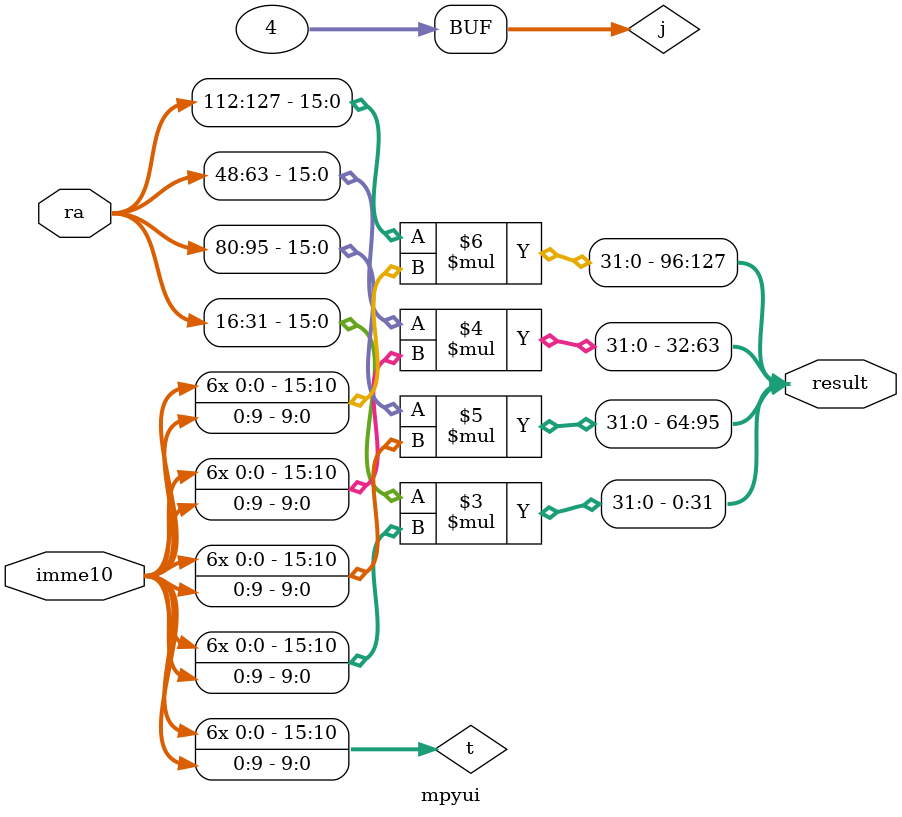
<source format=v>
module mpyui(
  input [0:127] ra,
  input [0:9] imme10,

  output reg [0:127] result
);
integer j;
reg [0:15] t;

always @(*) begin
  t = {{6{imme10[0]}}, imme10[0:9]};
  for(j=0 ; j<4 ; j=j+1) begin
    result[32*j +: 32] = ra[32*j+16 +: 16] * t;
  end
end

endmodule
</source>
